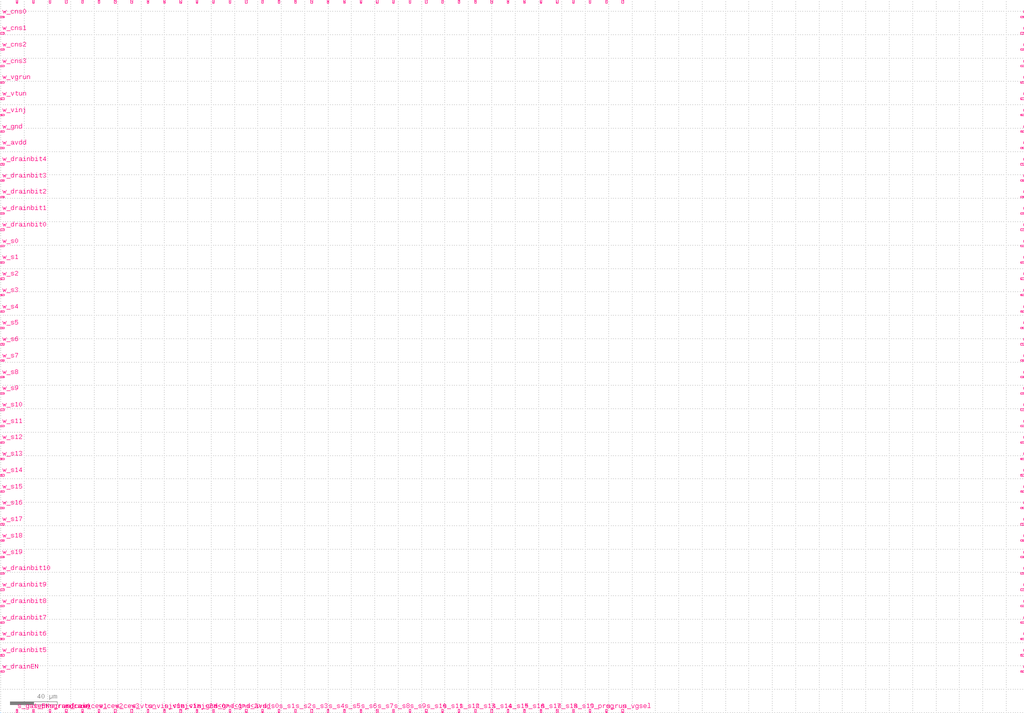
<source format=lef>
VERSION 5.5 ;
NAMESCASESENSITIVE ON ;
BUSBITCHARS "[]" ;
DIVIDERCHAR "/" ;

PROPERTYDEFINITIONS
  LAYER routingPitch REAL ;
END PROPERTYDEFINITIONS

UNITS
  DATABASE MICRONS 1000 ;
END UNITS
MANUFACTURINGGRID 0.01 ;
LAYER POLY1
  TYPE MASTERSLICE ;
END POLY1

LAYER CONT
  TYPE CUT ;
  SPACING 0.4 ;
END CONT

LAYER METAL1
  TYPE ROUTING ;
  DIRECTION HORIZONTAL ;
  PITCH 0 ;
  WIDTH 0.5 ;
  SPACING 0.45 ;
  PROPERTY routingPitch 1.25 ;
END METAL1

LAYER VIA12
  TYPE CUT ;
  SPACING 0.45 ;
END VIA12

LAYER METAL2
  TYPE ROUTING ;
  DIRECTION VERTICAL ;
  PITCH 0 ;
  WIDTH 0.6 ;
  SPACING 0.5 ;
  PROPERTY routingPitch 1.4 ;
END METAL2

LAYER VIA23
  TYPE CUT ;
  SPACING 0.45 ;
END VIA23

LAYER METAL3
  TYPE ROUTING ;
  DIRECTION HORIZONTAL ;
  PITCH 0 ;
  WIDTH 0.6 ;
  SPACING 0.5 ;
  PROPERTY routingPitch 1.25 ;
END METAL3

LAYER VIA34
  TYPE CUT ;
  SPACING 0.45 ;
END VIA34

LAYER METAL4
  TYPE ROUTING ;
  DIRECTION VERTICAL ;
  PITCH 0 ;
  WIDTH 0.6 ;
  SPACING 0.6 ;
  PROPERTY routingPitch 1.4 ;
END METAL4

LAYER OVERLAP
  TYPE OVERLAP ;
END OVERLAP

VIARULE M4_M3 GENERATE
  LAYER METAL3 ;
    ENCLOSURE 0.2 0.2 ;
  LAYER METAL4 ;
    ENCLOSURE 0.15 0.15 ;
  LAYER VIA34 ;
    RECT -0.25 -0.25 0.25 0.25 ;
    SPACING 1 BY 1 ;
END M4_M3

VIARULE M3_M2 GENERATE
  LAYER METAL2 ;
    ENCLOSURE 0.2 0.2 ;
  LAYER METAL3 ;
    ENCLOSURE 0.15 0.15 ;
  LAYER VIA23 ;
    RECT -0.25 -0.25 0.25 0.25 ;
    SPACING 1 BY 1 ;
END M3_M2

VIARULE M2_M1 GENERATE
  LAYER METAL1 ;
    ENCLOSURE 0.2 0.2 ;
  LAYER METAL2 ;
    ENCLOSURE 0.15 0.15 ;
  LAYER VIA12 ;
    RECT -0.25 -0.25 0.25 0.25 ;
    SPACING 1 BY 1 ;
END M2_M1

VIARULE M1_POLY1 GENERATE
  LAYER POLY1 ;
    ENCLOSURE 0.2 0.2 ;
  LAYER METAL1 ;
    ENCLOSURE 0.15 0.15 ;
  LAYER CONT ;
    RECT -0.2 -0.2 0.2 0.2 ;
    SPACING 1 BY 1 ;
END M1_POLY1

VIA M1_POLY1
  LAYER CONT ;
    RECT -0.2 -0.2 0.2 0.2 ;
  LAYER POLY1 ;
    RECT -0.4 -0.4 0.4 0.4 ;
  LAYER METAL1 ;
    RECT -0.35 -0.35 0.35 0.35 ;
END M1_POLY1

VIA M2_M1
  LAYER VIA12 ;
    RECT -0.25 -0.25 0.25 0.25 ;
  LAYER METAL2 ;
    RECT -0.4 -0.4 0.4 0.4 ;
  LAYER METAL1 ;
    RECT -0.45 -0.45 0.45 0.45 ;
END M2_M1

VIA M3_M2
  LAYER VIA23 ;
    RECT -0.25 -0.25 0.25 0.25 ;
  LAYER METAL3 ;
    RECT -0.4 -0.4 0.4 0.4 ;
  LAYER METAL2 ;
    RECT -0.45 -0.45 0.45 0.45 ;
END M3_M2

VIA M4_M3
  LAYER VIA34 ;
    RECT -0.25 -0.25 0.25 0.25 ;
  LAYER METAL4 ;
    RECT -0.4 -0.4 0.4 0.4 ;
  LAYER METAL3 ;
    RECT -0.45 -0.45 0.45 0.45 ;
END M4_M3


MACRO cab1
  PIN n_gateEN
    DIRECTION INOUT ;
    USE SIGNAL ;
    PORT
      LAYER METAL3 ;
        RECT 13.3 607.09 14.7 609.89 ;
    END
  END n_gateEN
  PIN n_programdrain
    DIRECTION INOUT ;
    USE SIGNAL ;
    PORT
      LAYER METAL3 ;
        RECT 27.3 607.09 28.7 609.89 ;
    END
  END n_programdrain
  PIN n_rundrain
    DIRECTION INOUT ;
    USE SIGNAL ;
    PORT
      LAYER METAL3 ;
        RECT 41.3 607.09 42.7 609.89 ;
    END
  END n_rundrain
  PIN n_cew0
    DIRECTION INOUT ;
    USE SIGNAL ;
    PORT
      LAYER METAL3 ;
        RECT 55.3 607.09 56.7 609.89 ;
    END
  END n_cew0
  PIN n_cew1
    DIRECTION INOUT ;
    USE SIGNAL ;
    PORT
      LAYER METAL3 ;
        RECT 69.3 607.09 70.7 609.89 ;
    END
  END n_cew1
  PIN n_cew2
    DIRECTION INOUT ;
    USE SIGNAL ;
    PORT
      LAYER METAL3 ;
        RECT 83.3 607.09 84.7 609.89 ;
    END
  END n_cew2
  PIN n_cew3
    DIRECTION INOUT ;
    USE SIGNAL ;
    PORT
      LAYER METAL3 ;
        RECT 97.3 607.09 98.7 609.89 ;
    END
  END n_cew3
  PIN n_vtun
    DIRECTION INOUT ;
    USE SIGNAL ;
    PORT
      LAYER METAL3 ;
        RECT 111.3 607.09 112.7 609.89 ;
    END
  END n_vtun
  PIN n_vinj<0>
    DIRECTION INOUT ;
    USE SIGNAL ;
    PORT
      LAYER METAL3 ;
        RECT 125.3 607.09 126.7 609.89 ;
    END
  END n_vinj<0>
  PIN n_vinj<1>
    DIRECTION INOUT ;
    USE SIGNAL ;
    PORT
      LAYER METAL3 ;
        RECT 139.3 607.09 140.7 609.89 ;
    END
  END n_vinj<1>
  PIN n_vinj<2>
    DIRECTION INOUT ;
    USE SIGNAL ;
    PORT
      LAYER METAL3 ;
        RECT 153.3 607.09 154.7 609.89 ;
    END
  END n_vinj<2>
  PIN n_gnd<0>
    DIRECTION INOUT ;
    USE SIGNAL ;
    PORT
      LAYER METAL3 ;
        RECT 167.3 607.09 168.7 609.89 ;
    END
  END n_gnd<0>
  PIN n_gnd<1>
    DIRECTION INOUT ;
    USE SIGNAL ;
    PORT
      LAYER METAL3 ;
        RECT 181.3 607.09 182.7 609.89 ;
    END
  END n_gnd<1>
  PIN n_gnd<2>
    DIRECTION INOUT ;
    USE SIGNAL ;
    PORT
      LAYER METAL3 ;
        RECT 195.3 607.09 196.7 609.89 ;
    END
  END n_gnd<2>
  PIN n_avdd
    DIRECTION INOUT ;
    USE SIGNAL ;
    PORT
      LAYER METAL3 ;
        RECT 209.3 607.09 210.7 609.89 ;
    END
  END n_avdd
  PIN n_s0
    DIRECTION INOUT ;
    USE SIGNAL ;
    PORT
      LAYER METAL3 ;
        RECT 223.3 607.09 224.7 609.89 ;
    END
  END n_s0
  PIN n_s1
    DIRECTION INOUT ;
    USE SIGNAL ;
    PORT
      LAYER METAL3 ;
        RECT 237.3 607.09 238.7 609.89 ;
    END
  END n_s1
  PIN n_s2
    DIRECTION INOUT ;
    USE SIGNAL ;
    PORT
      LAYER METAL3 ;
        RECT 251.3 607.09 252.7 609.89 ;
    END
  END n_s2
  PIN n_s3
    DIRECTION INOUT ;
    USE SIGNAL ;
    PORT
      LAYER METAL3 ;
        RECT 265.3 607.09 266.7 609.89 ;
    END
  END n_s3
  PIN n_s4
    DIRECTION INOUT ;
    USE SIGNAL ;
    PORT
      LAYER METAL3 ;
        RECT 279.3 607.09 280.7 609.89 ;
    END
  END n_s4
  PIN n_s5
    DIRECTION INOUT ;
    USE SIGNAL ;
    PORT
      LAYER METAL3 ;
        RECT 293.3 607.09 294.7 609.89 ;
    END
  END n_s5
  PIN n_s6
    DIRECTION INOUT ;
    USE SIGNAL ;
    PORT
      LAYER METAL3 ;
        RECT 307.3 607.09 308.7 609.89 ;
    END
  END n_s6
  PIN n_s7
    DIRECTION INOUT ;
    USE SIGNAL ;
    PORT
      LAYER METAL3 ;
        RECT 321.3 607.09 322.7 609.89 ;
    END
  END n_s7
  PIN n_s8
    DIRECTION INOUT ;
    USE SIGNAL ;
    PORT
      LAYER METAL3 ;
        RECT 335.3 607.09 336.7 609.89 ;
    END
  END n_s8
  PIN n_s9
    DIRECTION INOUT ;
    USE SIGNAL ;
    PORT
      LAYER METAL3 ;
        RECT 349.3 607.09 350.7 609.89 ;
    END
  END n_s9
  PIN n_s10
    DIRECTION INOUT ;
    USE SIGNAL ;
    PORT
      LAYER METAL3 ;
        RECT 363.3 607.09 364.7 609.89 ;
    END
  END n_s10
  PIN n_s11
    DIRECTION INOUT ;
    USE SIGNAL ;
    PORT
      LAYER METAL3 ;
        RECT 377.3 607.09 378.7 609.89 ;
    END
  END n_s11
  PIN n_s12
    DIRECTION INOUT ;
    USE SIGNAL ;
    PORT
      LAYER METAL3 ;
        RECT 391.3 607.09 392.7 609.89 ;
    END
  END n_s12
  PIN n_s13
    DIRECTION INOUT ;
    USE SIGNAL ;
    PORT
      LAYER METAL3 ;
        RECT 405.3 607.09 406.7 609.89 ;
    END
  END n_s13
  PIN n_s14
    DIRECTION INOUT ;
    USE SIGNAL ;
    PORT
      LAYER METAL3 ;
        RECT 419.3 607.09 420.7 609.89 ;
    END
  END n_s14
  PIN n_s15
    DIRECTION INOUT ;
    USE SIGNAL ;
    PORT
      LAYER METAL3 ;
        RECT 433.3 607.09 434.7 609.89 ;
    END
  END n_s15
  PIN n_s16
    DIRECTION INOUT ;
    USE SIGNAL ;
    PORT
      LAYER METAL3 ;
        RECT 447.3 607.09 448.7 609.89 ;
    END
  END n_s16
  PIN n_s17
    DIRECTION INOUT ;
    USE SIGNAL ;
    PORT
      LAYER METAL3 ;
        RECT 461.3 607.09 462.7 609.89 ;
    END
  END n_s17
  PIN n_s18
    DIRECTION INOUT ;
    USE SIGNAL ;
    PORT
      LAYER METAL3 ;
        RECT 475.3 607.09 476.7 609.89 ;
    END
  END n_s18
  PIN n_s19
    DIRECTION INOUT ;
    USE SIGNAL ;
    PORT
      LAYER METAL3 ;
        RECT 489.3 607.09 490.7 609.89 ;
    END
  END n_s19
  PIN n_prog
    DIRECTION INOUT ;
    USE SIGNAL ;
    PORT
      LAYER METAL3 ;
        RECT 503.3 607.09 504.7 609.89 ;
    END
  END n_prog
  PIN n_run
    DIRECTION INOUT ;
    USE SIGNAL ;
    PORT
      LAYER METAL3 ;
        RECT 517.3 607.09 518.7 609.89 ;
    END
  END n_run
  PIN n_vgsel
    DIRECTION INOUT ;
    USE SIGNAL ;
    PORT
      LAYER METAL3 ;
        RECT 531.3 607.09 532.7 609.89 ;
    END
  END n_vgsel
  PIN e_cns0
    DIRECTION INOUT ;
    USE SIGNAL ;
    PORT
      LAYER METAL3 ;
        RECT 872.65 594.49 875.45 595.89 ;
    END
  END e_cns0
  PIN e_cns1
    DIRECTION INOUT ;
    USE SIGNAL ;
    PORT
      LAYER METAL3 ;
        RECT 872.65 580.49 875.45 581.89 ;
    END
  END e_cns1
  PIN e_cns2
    DIRECTION INOUT ;
    USE SIGNAL ;
    PORT
      LAYER METAL3 ;
        RECT 872.65 566.49 875.45 567.89 ;
    END
  END e_cns2
  PIN e_cns3
    DIRECTION INOUT ;
    USE SIGNAL ;
    PORT
      LAYER METAL3 ;
        RECT 872.65 552.49 875.45 553.89 ;
    END
  END e_cns3
  PIN e_vgrun
    DIRECTION INOUT ;
    USE SIGNAL ;
    PORT
      LAYER METAL3 ;
        RECT 872.65 538.49 875.45 539.89 ;
    END
  END e_vgrun
  PIN e_vtun
    DIRECTION INOUT ;
    USE SIGNAL ;
    PORT
      LAYER METAL3 ;
        RECT 872.65 524.49 875.45 525.89 ;
    END
  END e_vtun
  PIN e_vinj
    DIRECTION INOUT ;
    USE SIGNAL ;
    PORT
      LAYER METAL3 ;
        RECT 872.65 510.49 875.45 511.89 ;
    END
  END e_vinj
  PIN e_gnd
    DIRECTION INOUT ;
    USE SIGNAL ;
    PORT
      LAYER METAL3 ;
        RECT 872.65 496.49 875.45 497.89 ;
    END
  END e_gnd
  PIN e_avdd
    DIRECTION INOUT ;
    USE SIGNAL ;
    PORT
      LAYER METAL3 ;
        RECT 872.65 482.49 875.45 483.89 ;
    END
  END e_avdd
  PIN e_drainbit4
    DIRECTION INOUT ;
    USE SIGNAL ;
    PORT
      LAYER METAL3 ;
        RECT 872.65 468.49 875.45 469.89 ;
    END
  END e_drainbit4
  PIN e_drainbit3
    DIRECTION INOUT ;
    USE SIGNAL ;
    PORT
      LAYER METAL3 ;
        RECT 872.65 454.49 875.45 455.89 ;
    END
  END e_drainbit3
  PIN e_drainbit2
    DIRECTION INOUT ;
    USE SIGNAL ;
    PORT
      LAYER METAL3 ;
        RECT 872.65 440.49 875.45 441.89 ;
    END
  END e_drainbit2
  PIN e_drainbit1
    DIRECTION INOUT ;
    USE SIGNAL ;
    PORT
      LAYER METAL3 ;
        RECT 872.65 426.49 875.45 427.89 ;
    END
  END e_drainbit1
  PIN e_drainbit0
    DIRECTION INOUT ;
    USE SIGNAL ;
    PORT
      LAYER METAL3 ;
        RECT 872.65 412.49 875.45 413.89 ;
    END
  END e_drainbit0
  PIN e_s0
    DIRECTION INOUT ;
    USE SIGNAL ;
    PORT
      LAYER METAL3 ;
        RECT 872.65 398.49 875.45 399.89 ;
    END
  END e_s0
  PIN e_s1
    DIRECTION INOUT ;
    USE SIGNAL ;
    PORT
      LAYER METAL3 ;
        RECT 872.65 384.49 875.45 385.89 ;
    END
  END e_s1
  PIN e_s2
    DIRECTION INOUT ;
    USE SIGNAL ;
    PORT
      LAYER METAL3 ;
        RECT 872.65 370.49 875.45 371.89 ;
    END
  END e_s2
  PIN e_s3
    DIRECTION INOUT ;
    USE SIGNAL ;
    PORT
      LAYER METAL3 ;
        RECT 872.65 356.49 875.45 357.89 ;
    END
  END e_s3
  PIN e_s4
    DIRECTION INOUT ;
    USE SIGNAL ;
    PORT
      LAYER METAL3 ;
        RECT 872.65 342.49 875.45 343.89 ;
    END
  END e_s4
  PIN e_s5
    DIRECTION INOUT ;
    USE SIGNAL ;
    PORT
      LAYER METAL3 ;
        RECT 872.65 328.49 875.45 329.89 ;
    END
  END e_s5
  PIN e_s6
    DIRECTION INOUT ;
    USE SIGNAL ;
    PORT
      LAYER METAL3 ;
        RECT 872.65 314.49 875.45 315.89 ;
    END
  END e_s6
  PIN e_s7
    DIRECTION INOUT ;
    USE SIGNAL ;
    PORT
      LAYER METAL3 ;
        RECT 872.65 300.49 875.45 301.89 ;
    END
  END e_s7
  PIN e_s8
    DIRECTION INOUT ;
    USE SIGNAL ;
    PORT
      LAYER METAL3 ;
        RECT 872.65 286.49 875.45 287.89 ;
    END
  END e_s8
  PIN e_s9
    DIRECTION INOUT ;
    USE SIGNAL ;
    PORT
      LAYER METAL3 ;
        RECT 872.65 272.49 875.45 273.89 ;
    END
  END e_s9
  PIN e_s10
    DIRECTION INOUT ;
    USE SIGNAL ;
    PORT
      LAYER METAL3 ;
        RECT 872.65 258.49 875.45 259.89 ;
    END
  END e_s10
  PIN e_s11
    DIRECTION INOUT ;
    USE SIGNAL ;
    PORT
      LAYER METAL3 ;
        RECT 872.65 244.49 875.45 245.89 ;
    END
  END e_s11
  PIN e_s12
    DIRECTION INOUT ;
    USE SIGNAL ;
    PORT
      LAYER METAL3 ;
        RECT 872.65 230.49 875.45 231.89 ;
    END
  END e_s12
  PIN e_s13
    DIRECTION INOUT ;
    USE SIGNAL ;
    PORT
      LAYER METAL3 ;
        RECT 872.65 216.49 875.45 217.89 ;
    END
  END e_s13
  PIN e_s14
    DIRECTION INOUT ;
    USE SIGNAL ;
    PORT
      LAYER METAL3 ;
        RECT 872.65 202.49 875.45 203.89 ;
    END
  END e_s14
  PIN e_s15
    DIRECTION INOUT ;
    USE SIGNAL ;
    PORT
      LAYER METAL3 ;
        RECT 872.65 188.49 875.45 189.89 ;
    END
  END e_s15
  PIN e_s16
    DIRECTION INOUT ;
    USE SIGNAL ;
    PORT
      LAYER METAL3 ;
        RECT 872.65 174.49 875.45 175.89 ;
    END
  END e_s16
  PIN e_s17
    DIRECTION INOUT ;
    USE SIGNAL ;
    PORT
      LAYER METAL3 ;
        RECT 872.65 160.49 875.45 161.89 ;
    END
  END e_s17
  PIN e_s18
    DIRECTION INOUT ;
    USE SIGNAL ;
    PORT
      LAYER METAL3 ;
        RECT 872.65 146.49 875.45 147.89 ;
    END
  END e_s18
  PIN e_s19
    DIRECTION INOUT ;
    USE SIGNAL ;
    PORT
      LAYER METAL3 ;
        RECT 872.65 132.49 875.45 133.89 ;
    END
  END e_s19
  PIN e_drainbit10
    DIRECTION INOUT ;
    USE SIGNAL ;
    PORT
      LAYER METAL3 ;
        RECT 872.65 118.49 875.45 119.89 ;
    END
  END e_drainbit10
  PIN e_drainbit9
    DIRECTION INOUT ;
    USE SIGNAL ;
    PORT
      LAYER METAL3 ;
        RECT 872.65 104.49 875.45 105.89 ;
    END
  END e_drainbit9
  PIN e_drainbit8
    DIRECTION INOUT ;
    USE SIGNAL ;
    PORT
      LAYER METAL3 ;
        RECT 872.65 90.49 875.45 91.89 ;
    END
  END e_drainbit8
  PIN e_drainbit7
    DIRECTION INOUT ;
    USE SIGNAL ;
    PORT
      LAYER METAL3 ;
        RECT 872.65 76.49 875.45 77.89 ;
    END
  END e_drainbit7
  PIN e_drainbit6
    DIRECTION INOUT ;
    USE SIGNAL ;
    PORT
      LAYER METAL3 ;
        RECT 872.65 62.49 875.45 63.89 ;
    END
  END e_drainbit6
  PIN e_drainbit5
    DIRECTION INOUT ;
    USE SIGNAL ;
    PORT
      LAYER METAL3 ;
        RECT 872.65 48.49 875.45 49.89 ;
    END
  END e_drainbit5
  PIN e_drainEN
    DIRECTION INOUT ;
    USE SIGNAL ;
    PORT
      LAYER METAL3 ;
        RECT 872.65 34.49 875.45 35.89 ;
    END
  END e_drainEN
  PIN s_gateEN
    DIRECTION INOUT ;
    USE SIGNAL ;
    PORT
      LAYER METAL3 ;
        RECT 13.3 0.0 14.7 2.8 ;
    END
  END s_gateEN
  PIN s_programdrain
    DIRECTION INOUT ;
    USE SIGNAL ;
    PORT
      LAYER METAL3 ;
        RECT 27.3 0.0 28.7 2.8 ;
    END
  END s_programdrain
  PIN s_rundrain
    DIRECTION INOUT ;
    USE SIGNAL ;
    PORT
      LAYER METAL3 ;
        RECT 41.3 0.0 42.7 2.8 ;
    END
  END s_rundrain
  PIN s_cew0
    DIRECTION INOUT ;
    USE SIGNAL ;
    PORT
      LAYER METAL3 ;
        RECT 55.3 0.0 56.7 2.8 ;
    END
  END s_cew0
  PIN s_cew1
    DIRECTION INOUT ;
    USE SIGNAL ;
    PORT
      LAYER METAL3 ;
        RECT 69.3 0.0 70.7 2.8 ;
    END
  END s_cew1
  PIN s_cew2
    DIRECTION INOUT ;
    USE SIGNAL ;
    PORT
      LAYER METAL3 ;
        RECT 83.3 0.0 84.7 2.8 ;
    END
  END s_cew2
  PIN s_cew3
    DIRECTION INOUT ;
    USE SIGNAL ;
    PORT
      LAYER METAL3 ;
        RECT 97.3 0.0 98.7 2.8 ;
    END
  END s_cew3
  PIN s_vtun
    DIRECTION INOUT ;
    USE SIGNAL ;
    PORT
      LAYER METAL3 ;
        RECT 111.3 0.0 112.7 2.8 ;
    END
  END s_vtun
  PIN s_vinj<0>
    DIRECTION INOUT ;
    USE SIGNAL ;
    PORT
      LAYER METAL3 ;
        RECT 125.3 0.0 126.7 2.8 ;
    END
  END s_vinj<0>
  PIN s_vinj<1>
    DIRECTION INOUT ;
    USE SIGNAL ;
    PORT
      LAYER METAL3 ;
        RECT 139.3 0.0 140.7 2.8 ;
    END
  END s_vinj<1>
  PIN s_vinj<2>
    DIRECTION INOUT ;
    USE SIGNAL ;
    PORT
      LAYER METAL3 ;
        RECT 153.3 0.0 154.7 2.8 ;
    END
  END s_vinj<2>
  PIN s_gnd<0>
    DIRECTION INOUT ;
    USE SIGNAL ;
    PORT
      LAYER METAL3 ;
        RECT 167.3 0.0 168.7 2.8 ;
    END
  END s_gnd<0>
  PIN s_gnd<1>
    DIRECTION INOUT ;
    USE SIGNAL ;
    PORT
      LAYER METAL3 ;
        RECT 181.3 0.0 182.7 2.8 ;
    END
  END s_gnd<1>
  PIN s_gnd<2>
    DIRECTION INOUT ;
    USE SIGNAL ;
    PORT
      LAYER METAL3 ;
        RECT 195.3 0.0 196.7 2.8 ;
    END
  END s_gnd<2>
  PIN s_avdd
    DIRECTION INOUT ;
    USE SIGNAL ;
    PORT
      LAYER METAL3 ;
        RECT 209.3 0.0 210.7 2.8 ;
    END
  END s_avdd
  PIN s_s0
    DIRECTION INOUT ;
    USE SIGNAL ;
    PORT
      LAYER METAL3 ;
        RECT 223.3 0.0 224.7 2.8 ;
    END
  END s_s0
  PIN s_s1
    DIRECTION INOUT ;
    USE SIGNAL ;
    PORT
      LAYER METAL3 ;
        RECT 237.3 0.0 238.7 2.8 ;
    END
  END s_s1
  PIN s_s2
    DIRECTION INOUT ;
    USE SIGNAL ;
    PORT
      LAYER METAL3 ;
        RECT 251.3 0.0 252.7 2.8 ;
    END
  END s_s2
  PIN s_s3
    DIRECTION INOUT ;
    USE SIGNAL ;
    PORT
      LAYER METAL3 ;
        RECT 265.3 0.0 266.7 2.8 ;
    END
  END s_s3
  PIN s_s4
    DIRECTION INOUT ;
    USE SIGNAL ;
    PORT
      LAYER METAL3 ;
        RECT 279.3 0.0 280.7 2.8 ;
    END
  END s_s4
  PIN s_s5
    DIRECTION INOUT ;
    USE SIGNAL ;
    PORT
      LAYER METAL3 ;
        RECT 293.3 0.0 294.7 2.8 ;
    END
  END s_s5
  PIN s_s6
    DIRECTION INOUT ;
    USE SIGNAL ;
    PORT
      LAYER METAL3 ;
        RECT 307.3 0.0 308.7 2.8 ;
    END
  END s_s6
  PIN s_s7
    DIRECTION INOUT ;
    USE SIGNAL ;
    PORT
      LAYER METAL3 ;
        RECT 321.3 0.0 322.7 2.8 ;
    END
  END s_s7
  PIN s_s8
    DIRECTION INOUT ;
    USE SIGNAL ;
    PORT
      LAYER METAL3 ;
        RECT 335.3 0.0 336.7 2.8 ;
    END
  END s_s8
  PIN s_s9
    DIRECTION INOUT ;
    USE SIGNAL ;
    PORT
      LAYER METAL3 ;
        RECT 349.3 0.0 350.7 2.8 ;
    END
  END s_s9
  PIN s_s10
    DIRECTION INOUT ;
    USE SIGNAL ;
    PORT
      LAYER METAL3 ;
        RECT 363.3 0.0 364.7 2.8 ;
    END
  END s_s10
  PIN s_s11
    DIRECTION INOUT ;
    USE SIGNAL ;
    PORT
      LAYER METAL3 ;
        RECT 377.3 0.0 378.7 2.8 ;
    END
  END s_s11
  PIN s_s12
    DIRECTION INOUT ;
    USE SIGNAL ;
    PORT
      LAYER METAL3 ;
        RECT 391.3 0.0 392.7 2.8 ;
    END
  END s_s12
  PIN s_s13
    DIRECTION INOUT ;
    USE SIGNAL ;
    PORT
      LAYER METAL3 ;
        RECT 405.3 0.0 406.7 2.8 ;
    END
  END s_s13
  PIN s_s14
    DIRECTION INOUT ;
    USE SIGNAL ;
    PORT
      LAYER METAL3 ;
        RECT 419.3 0.0 420.7 2.8 ;
    END
  END s_s14
  PIN s_s15
    DIRECTION INOUT ;
    USE SIGNAL ;
    PORT
      LAYER METAL3 ;
        RECT 433.3 0.0 434.7 2.8 ;
    END
  END s_s15
  PIN s_s16
    DIRECTION INOUT ;
    USE SIGNAL ;
    PORT
      LAYER METAL3 ;
        RECT 447.3 0.0 448.7 2.8 ;
    END
  END s_s16
  PIN s_s17
    DIRECTION INOUT ;
    USE SIGNAL ;
    PORT
      LAYER METAL3 ;
        RECT 461.3 0.0 462.7 2.8 ;
    END
  END s_s17
  PIN s_s18
    DIRECTION INOUT ;
    USE SIGNAL ;
    PORT
      LAYER METAL3 ;
        RECT 475.3 0.0 476.7 2.8 ;
    END
  END s_s18
  PIN s_s19
    DIRECTION INOUT ;
    USE SIGNAL ;
    PORT
      LAYER METAL3 ;
        RECT 489.3 0.0 490.7 2.8 ;
    END
  END s_s19
  PIN s_prog
    DIRECTION INOUT ;
    USE SIGNAL ;
    PORT
      LAYER METAL3 ;
        RECT 503.3 0.0 504.7 2.8 ;
    END
  END s_prog
  PIN s_run
    DIRECTION INOUT ;
    USE SIGNAL ;
    PORT
      LAYER METAL3 ;
        RECT 517.3 0.0 518.7 2.8 ;
    END
  END s_run
  PIN s_vgsel
    DIRECTION INOUT ;
    USE SIGNAL ;
    PORT
      LAYER METAL3 ;
        RECT 531.3 0.0 532.7 2.8 ;
    END
  END s_vgsel
  PIN w_cns0
    DIRECTION INOUT ;
    USE SIGNAL ;
    PORT
      LAYER METAL3 ;
        RECT 0.0 594.49 2.8 595.89 ;
    END
  END w_cns0
  PIN w_cns1
    DIRECTION INOUT ;
    USE SIGNAL ;
    PORT
      LAYER METAL3 ;
        RECT 0.0 580.49 2.8 581.89 ;
    END
  END w_cns1
  PIN w_cns2
    DIRECTION INOUT ;
    USE SIGNAL ;
    PORT
      LAYER METAL3 ;
        RECT 0.0 566.49 2.8 567.89 ;
    END
  END w_cns2
  PIN w_cns3
    DIRECTION INOUT ;
    USE SIGNAL ;
    PORT
      LAYER METAL3 ;
        RECT 0.0 552.49 2.8 553.89 ;
    END
  END w_cns3
  PIN w_vgrun
    DIRECTION INOUT ;
    USE SIGNAL ;
    PORT
      LAYER METAL3 ;
        RECT 0.0 538.49 2.8 539.89 ;
    END
  END w_vgrun
  PIN w_vtun
    DIRECTION INOUT ;
    USE SIGNAL ;
    PORT
      LAYER METAL3 ;
        RECT 0.0 524.49 2.8 525.89 ;
    END
  END w_vtun
  PIN w_vinj
    DIRECTION INOUT ;
    USE SIGNAL ;
    PORT
      LAYER METAL3 ;
        RECT 0.0 510.49 2.8 511.89 ;
    END
  END w_vinj
  PIN w_gnd
    DIRECTION INOUT ;
    USE SIGNAL ;
    PORT
      LAYER METAL3 ;
        RECT 0.0 496.49 2.8 497.89 ;
    END
  END w_gnd
  PIN w_avdd
    DIRECTION INOUT ;
    USE SIGNAL ;
    PORT
      LAYER METAL3 ;
        RECT 0.0 482.49 2.8 483.89 ;
    END
  END w_avdd
  PIN w_drainbit4
    DIRECTION INOUT ;
    USE SIGNAL ;
    PORT
      LAYER METAL3 ;
        RECT 0.0 468.49 2.8 469.89 ;
    END
  END w_drainbit4
  PIN w_drainbit3
    DIRECTION INOUT ;
    USE SIGNAL ;
    PORT
      LAYER METAL3 ;
        RECT 0.0 454.49 2.8 455.89 ;
    END
  END w_drainbit3
  PIN w_drainbit2
    DIRECTION INOUT ;
    USE SIGNAL ;
    PORT
      LAYER METAL3 ;
        RECT 0.0 440.49 2.8 441.89 ;
    END
  END w_drainbit2
  PIN w_drainbit1
    DIRECTION INOUT ;
    USE SIGNAL ;
    PORT
      LAYER METAL3 ;
        RECT 0.0 426.49 2.8 427.89 ;
    END
  END w_drainbit1
  PIN w_drainbit0
    DIRECTION INOUT ;
    USE SIGNAL ;
    PORT
      LAYER METAL3 ;
        RECT 0.0 412.49 2.8 413.89 ;
    END
  END w_drainbit0
  PIN w_s0
    DIRECTION INOUT ;
    USE SIGNAL ;
    PORT
      LAYER METAL3 ;
        RECT 0.0 398.49 2.8 399.89 ;
    END
  END w_s0
  PIN w_s1
    DIRECTION INOUT ;
    USE SIGNAL ;
    PORT
      LAYER METAL3 ;
        RECT 0.0 384.49 2.8 385.89 ;
    END
  END w_s1
  PIN w_s2
    DIRECTION INOUT ;
    USE SIGNAL ;
    PORT
      LAYER METAL3 ;
        RECT 0.0 370.49 2.8 371.89 ;
    END
  END w_s2
  PIN w_s3
    DIRECTION INOUT ;
    USE SIGNAL ;
    PORT
      LAYER METAL3 ;
        RECT 0.0 356.49 2.8 357.89 ;
    END
  END w_s3
  PIN w_s4
    DIRECTION INOUT ;
    USE SIGNAL ;
    PORT
      LAYER METAL3 ;
        RECT 0.0 342.49 2.8 343.89 ;
    END
  END w_s4
  PIN w_s5
    DIRECTION INOUT ;
    USE SIGNAL ;
    PORT
      LAYER METAL3 ;
        RECT 0.0 328.49 2.8 329.89 ;
    END
  END w_s5
  PIN w_s6
    DIRECTION INOUT ;
    USE SIGNAL ;
    PORT
      LAYER METAL3 ;
        RECT 0.0 314.49 2.8 315.89 ;
    END
  END w_s6
  PIN w_s7
    DIRECTION INOUT ;
    USE SIGNAL ;
    PORT
      LAYER METAL3 ;
        RECT 0.0 300.49 2.8 301.89 ;
    END
  END w_s7
  PIN w_s8
    DIRECTION INOUT ;
    USE SIGNAL ;
    PORT
      LAYER METAL3 ;
        RECT 0.0 286.49 2.8 287.89 ;
    END
  END w_s8
  PIN w_s9
    DIRECTION INOUT ;
    USE SIGNAL ;
    PORT
      LAYER METAL3 ;
        RECT 0.0 272.49 2.8 273.89 ;
    END
  END w_s9
  PIN w_s10
    DIRECTION INOUT ;
    USE SIGNAL ;
    PORT
      LAYER METAL3 ;
        RECT 0.0 258.49 2.8 259.89 ;
    END
  END w_s10
  PIN w_s11
    DIRECTION INOUT ;
    USE SIGNAL ;
    PORT
      LAYER METAL3 ;
        RECT 0.0 244.49 2.8 245.89 ;
    END
  END w_s11
  PIN w_s12
    DIRECTION INOUT ;
    USE SIGNAL ;
    PORT
      LAYER METAL3 ;
        RECT 0.0 230.49 2.8 231.89 ;
    END
  END w_s12
  PIN w_s13
    DIRECTION INOUT ;
    USE SIGNAL ;
    PORT
      LAYER METAL3 ;
        RECT 0.0 216.49 2.8 217.89 ;
    END
  END w_s13
  PIN w_s14
    DIRECTION INOUT ;
    USE SIGNAL ;
    PORT
      LAYER METAL3 ;
        RECT 0.0 202.49 2.8 203.89 ;
    END
  END w_s14
  PIN w_s15
    DIRECTION INOUT ;
    USE SIGNAL ;
    PORT
      LAYER METAL3 ;
        RECT 0.0 188.49 2.8 189.89 ;
    END
  END w_s15
  PIN w_s16
    DIRECTION INOUT ;
    USE SIGNAL ;
    PORT
      LAYER METAL3 ;
        RECT 0.0 174.49 2.8 175.89 ;
    END
  END w_s16
  PIN w_s17
    DIRECTION INOUT ;
    USE SIGNAL ;
    PORT
      LAYER METAL3 ;
        RECT 0.0 160.49 2.8 161.89 ;
    END
  END w_s17
  PIN w_s18
    DIRECTION INOUT ;
    USE SIGNAL ;
    PORT
      LAYER METAL3 ;
        RECT 0.0 146.49 2.8 147.89 ;
    END
  END w_s18
  PIN w_s19
    DIRECTION INOUT ;
    USE SIGNAL ;
    PORT
      LAYER METAL3 ;
        RECT 0.0 132.49 2.8 133.89 ;
    END
  END w_s19
  PIN w_drainbit10
    DIRECTION INOUT ;
    USE SIGNAL ;
    PORT
      LAYER METAL3 ;
        RECT 0.0 118.49 2.8 119.89 ;
    END
  END w_drainbit10
  PIN w_drainbit9
    DIRECTION INOUT ;
    USE SIGNAL ;
    PORT
      LAYER METAL3 ;
        RECT 0.0 104.49 2.8 105.89 ;
    END
  END w_drainbit9
  PIN w_drainbit8
    DIRECTION INOUT ;
    USE SIGNAL ;
    PORT
      LAYER METAL3 ;
        RECT 0.0 90.49 2.8 91.89 ;
    END
  END w_drainbit8
  PIN w_drainbit7
    DIRECTION INOUT ;
    USE SIGNAL ;
    PORT
      LAYER METAL3 ;
        RECT 0.0 76.49 2.8 77.89 ;
    END
  END w_drainbit7
  PIN w_drainbit6
    DIRECTION INOUT ;
    USE SIGNAL ;
    PORT
      LAYER METAL3 ;
        RECT 0.0 62.49 2.8 63.89 ;
    END
  END w_drainbit6
  PIN w_drainbit5
    DIRECTION INOUT ;
    USE SIGNAL ;
    PORT
      LAYER METAL3 ;
        RECT 0.0 48.49 2.8 49.89 ;
    END
  END w_drainbit5
  PIN w_drainEN
    DIRECTION INOUT ;
    USE SIGNAL ;
    PORT
      LAYER METAL3 ;
        RECT 0.0 34.49 2.8 35.89 ;
    END
  END w_drainEN
END cab1

END LIBRARY
</source>
